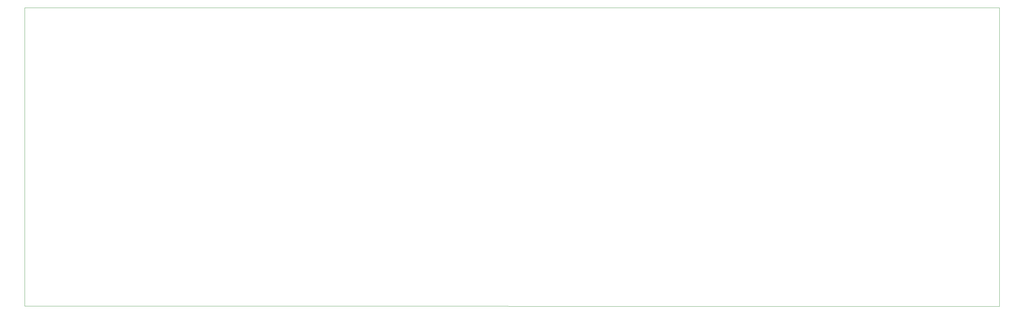
<source format=gbr>
G04 #@! TF.GenerationSoftware,KiCad,Pcbnew,(5.1.5)-3*
G04 #@! TF.CreationDate,2020-05-19T14:28:27+02:00*
G04 #@! TF.ProjectId,40 with arrows,34302520-7769-4746-9820-6172726f7773,rev?*
G04 #@! TF.SameCoordinates,Original*
G04 #@! TF.FileFunction,Profile,NP*
%FSLAX46Y46*%
G04 Gerber Fmt 4.6, Leading zero omitted, Abs format (unit mm)*
G04 Created by KiCad (PCBNEW (5.1.5)-3) date 2020-05-19 14:28:27*
%MOMM*%
%LPD*%
G04 APERTURE LIST*
%ADD10C,0.120000*%
G04 APERTURE END LIST*
D10*
X282770000Y-35060000D02*
X282760000Y-117300000D01*
X14760000Y-117260000D02*
X282760000Y-117300000D01*
X14770000Y-35060000D02*
X14760000Y-117260000D01*
X282770000Y-35060000D02*
X14770000Y-35060000D01*
M02*

</source>
